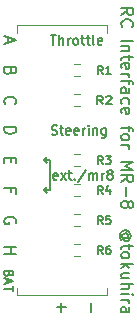
<source format=gbr>
%TF.GenerationSoftware,KiCad,Pcbnew,(5.1.10)-1*%
%TF.CreationDate,2021-10-05T20:05:55+09:00*%
%TF.ProjectId,mr8-gender-changer,6d72382d-6765-46e6-9465-722d6368616e,1*%
%TF.SameCoordinates,Original*%
%TF.FileFunction,Legend,Top*%
%TF.FilePolarity,Positive*%
%FSLAX46Y46*%
G04 Gerber Fmt 4.6, Leading zero omitted, Abs format (unit mm)*
G04 Created by KiCad (PCBNEW (5.1.10)-1) date 2021-10-05 20:05:55*
%MOMM*%
%LPD*%
G01*
G04 APERTURE LIST*
%ADD10C,0.150000*%
%ADD11C,0.120000*%
G04 APERTURE END LIST*
D10*
X151691571Y-103856428D02*
X151655857Y-103963571D01*
X151620142Y-103999285D01*
X151548714Y-104035000D01*
X151441571Y-104035000D01*
X151370142Y-103999285D01*
X151334428Y-103963571D01*
X151298714Y-103892142D01*
X151298714Y-103606428D01*
X152048714Y-103606428D01*
X152048714Y-103856428D01*
X152013000Y-103927857D01*
X151977285Y-103963571D01*
X151905857Y-103999285D01*
X151834428Y-103999285D01*
X151763000Y-103963571D01*
X151727285Y-103927857D01*
X151691571Y-103856428D01*
X151691571Y-103606428D01*
X151513000Y-104320714D02*
X151513000Y-104677857D01*
X151298714Y-104249285D02*
X152048714Y-104499285D01*
X151298714Y-104749285D01*
X152048714Y-104892142D02*
X152048714Y-105320714D01*
X151298714Y-105106428D02*
X152048714Y-105106428D01*
X155786738Y-95843809D02*
X155710547Y-95881904D01*
X155558166Y-95881904D01*
X155481976Y-95843809D01*
X155443880Y-95767619D01*
X155443880Y-95462857D01*
X155481976Y-95386666D01*
X155558166Y-95348571D01*
X155710547Y-95348571D01*
X155786738Y-95386666D01*
X155824833Y-95462857D01*
X155824833Y-95539047D01*
X155443880Y-95615238D01*
X156091500Y-95881904D02*
X156510547Y-95348571D01*
X156091500Y-95348571D02*
X156510547Y-95881904D01*
X156701023Y-95348571D02*
X157005785Y-95348571D01*
X156815309Y-95081904D02*
X156815309Y-95767619D01*
X156853404Y-95843809D01*
X156929595Y-95881904D01*
X157005785Y-95881904D01*
X157272452Y-95805714D02*
X157310547Y-95843809D01*
X157272452Y-95881904D01*
X157234357Y-95843809D01*
X157272452Y-95805714D01*
X157272452Y-95881904D01*
X158224833Y-95043809D02*
X157539119Y-96072380D01*
X158491500Y-95881904D02*
X158491500Y-95348571D01*
X158491500Y-95424761D02*
X158529595Y-95386666D01*
X158605785Y-95348571D01*
X158720071Y-95348571D01*
X158796261Y-95386666D01*
X158834357Y-95462857D01*
X158834357Y-95881904D01*
X158834357Y-95462857D02*
X158872452Y-95386666D01*
X158948642Y-95348571D01*
X159062928Y-95348571D01*
X159139119Y-95386666D01*
X159177214Y-95462857D01*
X159177214Y-95881904D01*
X159558166Y-95881904D02*
X159558166Y-95348571D01*
X159558166Y-95500952D02*
X159596261Y-95424761D01*
X159634357Y-95386666D01*
X159710547Y-95348571D01*
X159786738Y-95348571D01*
X160167690Y-95424761D02*
X160091500Y-95386666D01*
X160053404Y-95348571D01*
X160015309Y-95272380D01*
X160015309Y-95234285D01*
X160053404Y-95158095D01*
X160091500Y-95120000D01*
X160167690Y-95081904D01*
X160320071Y-95081904D01*
X160396261Y-95120000D01*
X160434357Y-95158095D01*
X160472452Y-95234285D01*
X160472452Y-95272380D01*
X160434357Y-95348571D01*
X160396261Y-95386666D01*
X160320071Y-95424761D01*
X160167690Y-95424761D01*
X160091500Y-95462857D01*
X160053404Y-95500952D01*
X160015309Y-95577142D01*
X160015309Y-95729523D01*
X160053404Y-95805714D01*
X160091500Y-95843809D01*
X160167690Y-95881904D01*
X160320071Y-95881904D01*
X160396261Y-95843809D01*
X160434357Y-95805714D01*
X160472452Y-95729523D01*
X160472452Y-95577142D01*
X160434357Y-95500952D01*
X160396261Y-95462857D01*
X160320071Y-95424761D01*
X154686000Y-96790000D02*
X154940000Y-96536000D01*
X154686000Y-96790000D02*
X154940000Y-97044000D01*
X154686000Y-94250000D02*
X154940000Y-93996000D01*
X154686000Y-94250000D02*
X154940000Y-94504000D01*
X155194000Y-94250000D02*
X154686000Y-94250000D01*
X155194000Y-96790000D02*
X155194000Y-94250000D01*
X154686000Y-96790000D02*
X155194000Y-96790000D01*
X155316880Y-92033809D02*
X155431166Y-92071904D01*
X155621642Y-92071904D01*
X155697833Y-92033809D01*
X155735928Y-91995714D01*
X155774023Y-91919523D01*
X155774023Y-91843333D01*
X155735928Y-91767142D01*
X155697833Y-91729047D01*
X155621642Y-91690952D01*
X155469261Y-91652857D01*
X155393071Y-91614761D01*
X155354976Y-91576666D01*
X155316880Y-91500476D01*
X155316880Y-91424285D01*
X155354976Y-91348095D01*
X155393071Y-91310000D01*
X155469261Y-91271904D01*
X155659738Y-91271904D01*
X155774023Y-91310000D01*
X156002595Y-91538571D02*
X156307357Y-91538571D01*
X156116880Y-91271904D02*
X156116880Y-91957619D01*
X156154976Y-92033809D01*
X156231166Y-92071904D01*
X156307357Y-92071904D01*
X156878785Y-92033809D02*
X156802595Y-92071904D01*
X156650214Y-92071904D01*
X156574023Y-92033809D01*
X156535928Y-91957619D01*
X156535928Y-91652857D01*
X156574023Y-91576666D01*
X156650214Y-91538571D01*
X156802595Y-91538571D01*
X156878785Y-91576666D01*
X156916880Y-91652857D01*
X156916880Y-91729047D01*
X156535928Y-91805238D01*
X157564500Y-92033809D02*
X157488309Y-92071904D01*
X157335928Y-92071904D01*
X157259738Y-92033809D01*
X157221642Y-91957619D01*
X157221642Y-91652857D01*
X157259738Y-91576666D01*
X157335928Y-91538571D01*
X157488309Y-91538571D01*
X157564500Y-91576666D01*
X157602595Y-91652857D01*
X157602595Y-91729047D01*
X157221642Y-91805238D01*
X157945452Y-92071904D02*
X157945452Y-91538571D01*
X157945452Y-91690952D02*
X157983547Y-91614761D01*
X158021642Y-91576666D01*
X158097833Y-91538571D01*
X158174023Y-91538571D01*
X158440690Y-92071904D02*
X158440690Y-91538571D01*
X158440690Y-91271904D02*
X158402595Y-91310000D01*
X158440690Y-91348095D01*
X158478785Y-91310000D01*
X158440690Y-91271904D01*
X158440690Y-91348095D01*
X158821642Y-91538571D02*
X158821642Y-92071904D01*
X158821642Y-91614761D02*
X158859738Y-91576666D01*
X158935928Y-91538571D01*
X159050214Y-91538571D01*
X159126404Y-91576666D01*
X159164500Y-91652857D01*
X159164500Y-92071904D01*
X159888309Y-91538571D02*
X159888309Y-92186190D01*
X159850214Y-92262380D01*
X159812119Y-92300476D01*
X159735928Y-92338571D01*
X159621642Y-92338571D01*
X159545452Y-92300476D01*
X159888309Y-92033809D02*
X159812119Y-92071904D01*
X159659738Y-92071904D01*
X159583547Y-92033809D01*
X159545452Y-91995714D01*
X159507357Y-91919523D01*
X159507357Y-91690952D01*
X159545452Y-91614761D01*
X159583547Y-91576666D01*
X159659738Y-91538571D01*
X159812119Y-91538571D01*
X159888309Y-91576666D01*
X155240690Y-83651904D02*
X155697833Y-83651904D01*
X155469261Y-84451904D02*
X155469261Y-83651904D01*
X155964500Y-84451904D02*
X155964500Y-83651904D01*
X156307357Y-84451904D02*
X156307357Y-84032857D01*
X156269261Y-83956666D01*
X156193071Y-83918571D01*
X156078785Y-83918571D01*
X156002595Y-83956666D01*
X155964500Y-83994761D01*
X156688309Y-84451904D02*
X156688309Y-83918571D01*
X156688309Y-84070952D02*
X156726404Y-83994761D01*
X156764500Y-83956666D01*
X156840690Y-83918571D01*
X156916880Y-83918571D01*
X157297833Y-84451904D02*
X157221642Y-84413809D01*
X157183547Y-84375714D01*
X157145452Y-84299523D01*
X157145452Y-84070952D01*
X157183547Y-83994761D01*
X157221642Y-83956666D01*
X157297833Y-83918571D01*
X157412119Y-83918571D01*
X157488309Y-83956666D01*
X157526404Y-83994761D01*
X157564500Y-84070952D01*
X157564500Y-84299523D01*
X157526404Y-84375714D01*
X157488309Y-84413809D01*
X157412119Y-84451904D01*
X157297833Y-84451904D01*
X157793071Y-83918571D02*
X158097833Y-83918571D01*
X157907357Y-83651904D02*
X157907357Y-84337619D01*
X157945452Y-84413809D01*
X158021642Y-84451904D01*
X158097833Y-84451904D01*
X158250214Y-83918571D02*
X158554976Y-83918571D01*
X158364500Y-83651904D02*
X158364500Y-84337619D01*
X158402595Y-84413809D01*
X158478785Y-84451904D01*
X158554976Y-84451904D01*
X158935928Y-84451904D02*
X158859738Y-84413809D01*
X158821642Y-84337619D01*
X158821642Y-83651904D01*
X159545452Y-84413809D02*
X159469261Y-84451904D01*
X159316880Y-84451904D01*
X159240690Y-84413809D01*
X159202595Y-84337619D01*
X159202595Y-84032857D01*
X159240690Y-83956666D01*
X159316880Y-83918571D01*
X159469261Y-83918571D01*
X159545452Y-83956666D01*
X159583547Y-84032857D01*
X159583547Y-84109047D01*
X159202595Y-84185238D01*
X161218619Y-81940476D02*
X161694809Y-81607142D01*
X161218619Y-81369047D02*
X162218619Y-81369047D01*
X162218619Y-81750000D01*
X162171000Y-81845238D01*
X162123380Y-81892857D01*
X162028142Y-81940476D01*
X161885285Y-81940476D01*
X161790047Y-81892857D01*
X161742428Y-81845238D01*
X161694809Y-81750000D01*
X161694809Y-81369047D01*
X161313857Y-82940476D02*
X161266238Y-82892857D01*
X161218619Y-82750000D01*
X161218619Y-82654761D01*
X161266238Y-82511904D01*
X161361476Y-82416666D01*
X161456714Y-82369047D01*
X161647190Y-82321428D01*
X161790047Y-82321428D01*
X161980523Y-82369047D01*
X162075761Y-82416666D01*
X162171000Y-82511904D01*
X162218619Y-82654761D01*
X162218619Y-82750000D01*
X162171000Y-82892857D01*
X162123380Y-82940476D01*
X161218619Y-84130952D02*
X162218619Y-84130952D01*
X161885285Y-84607142D02*
X161218619Y-84607142D01*
X161790047Y-84607142D02*
X161837666Y-84654761D01*
X161885285Y-84750000D01*
X161885285Y-84892857D01*
X161837666Y-84988095D01*
X161742428Y-85035714D01*
X161218619Y-85035714D01*
X161885285Y-85369047D02*
X161885285Y-85750000D01*
X162218619Y-85511904D02*
X161361476Y-85511904D01*
X161266238Y-85559523D01*
X161218619Y-85654761D01*
X161218619Y-85750000D01*
X161266238Y-86464285D02*
X161218619Y-86369047D01*
X161218619Y-86178571D01*
X161266238Y-86083333D01*
X161361476Y-86035714D01*
X161742428Y-86035714D01*
X161837666Y-86083333D01*
X161885285Y-86178571D01*
X161885285Y-86369047D01*
X161837666Y-86464285D01*
X161742428Y-86511904D01*
X161647190Y-86511904D01*
X161551952Y-86035714D01*
X161218619Y-86940476D02*
X161885285Y-86940476D01*
X161694809Y-86940476D02*
X161790047Y-86988095D01*
X161837666Y-87035714D01*
X161885285Y-87130952D01*
X161885285Y-87226190D01*
X161885285Y-87416666D02*
X161885285Y-87797619D01*
X161218619Y-87559523D02*
X162075761Y-87559523D01*
X162171000Y-87607142D01*
X162218619Y-87702380D01*
X162218619Y-87797619D01*
X161218619Y-88559523D02*
X161742428Y-88559523D01*
X161837666Y-88511904D01*
X161885285Y-88416666D01*
X161885285Y-88226190D01*
X161837666Y-88130952D01*
X161266238Y-88559523D02*
X161218619Y-88464285D01*
X161218619Y-88226190D01*
X161266238Y-88130952D01*
X161361476Y-88083333D01*
X161456714Y-88083333D01*
X161551952Y-88130952D01*
X161599571Y-88226190D01*
X161599571Y-88464285D01*
X161647190Y-88559523D01*
X161266238Y-89464285D02*
X161218619Y-89369047D01*
X161218619Y-89178571D01*
X161266238Y-89083333D01*
X161313857Y-89035714D01*
X161409095Y-88988095D01*
X161694809Y-88988095D01*
X161790047Y-89035714D01*
X161837666Y-89083333D01*
X161885285Y-89178571D01*
X161885285Y-89369047D01*
X161837666Y-89464285D01*
X161266238Y-90273809D02*
X161218619Y-90178571D01*
X161218619Y-89988095D01*
X161266238Y-89892857D01*
X161361476Y-89845238D01*
X161742428Y-89845238D01*
X161837666Y-89892857D01*
X161885285Y-89988095D01*
X161885285Y-90178571D01*
X161837666Y-90273809D01*
X161742428Y-90321428D01*
X161647190Y-90321428D01*
X161551952Y-89845238D01*
X161885285Y-91369047D02*
X161885285Y-91750000D01*
X161218619Y-91511904D02*
X162075761Y-91511904D01*
X162171000Y-91559523D01*
X162218619Y-91654761D01*
X162218619Y-91750000D01*
X161218619Y-92226190D02*
X161266238Y-92130952D01*
X161313857Y-92083333D01*
X161409095Y-92035714D01*
X161694809Y-92035714D01*
X161790047Y-92083333D01*
X161837666Y-92130952D01*
X161885285Y-92226190D01*
X161885285Y-92369047D01*
X161837666Y-92464285D01*
X161790047Y-92511904D01*
X161694809Y-92559523D01*
X161409095Y-92559523D01*
X161313857Y-92511904D01*
X161266238Y-92464285D01*
X161218619Y-92369047D01*
X161218619Y-92226190D01*
X161218619Y-92988095D02*
X161885285Y-92988095D01*
X161694809Y-92988095D02*
X161790047Y-93035714D01*
X161837666Y-93083333D01*
X161885285Y-93178571D01*
X161885285Y-93273809D01*
X161218619Y-94369047D02*
X162218619Y-94369047D01*
X161504333Y-94702380D01*
X162218619Y-95035714D01*
X161218619Y-95035714D01*
X161218619Y-96083333D02*
X161694809Y-95750000D01*
X161218619Y-95511904D02*
X162218619Y-95511904D01*
X162218619Y-95892857D01*
X162171000Y-95988095D01*
X162123380Y-96035714D01*
X162028142Y-96083333D01*
X161885285Y-96083333D01*
X161790047Y-96035714D01*
X161742428Y-95988095D01*
X161694809Y-95892857D01*
X161694809Y-95511904D01*
X161599571Y-96511904D02*
X161599571Y-97273809D01*
X161790047Y-97892857D02*
X161837666Y-97797619D01*
X161885285Y-97750000D01*
X161980523Y-97702380D01*
X162028142Y-97702380D01*
X162123380Y-97750000D01*
X162171000Y-97797619D01*
X162218619Y-97892857D01*
X162218619Y-98083333D01*
X162171000Y-98178571D01*
X162123380Y-98226190D01*
X162028142Y-98273809D01*
X161980523Y-98273809D01*
X161885285Y-98226190D01*
X161837666Y-98178571D01*
X161790047Y-98083333D01*
X161790047Y-97892857D01*
X161742428Y-97797619D01*
X161694809Y-97750000D01*
X161599571Y-97702380D01*
X161409095Y-97702380D01*
X161313857Y-97750000D01*
X161266238Y-97797619D01*
X161218619Y-97892857D01*
X161218619Y-98083333D01*
X161266238Y-98178571D01*
X161313857Y-98226190D01*
X161409095Y-98273809D01*
X161599571Y-98273809D01*
X161694809Y-98226190D01*
X161742428Y-98178571D01*
X161790047Y-98083333D01*
X161694809Y-100845238D02*
X161742428Y-100797619D01*
X161790047Y-100702380D01*
X161790047Y-100607142D01*
X161742428Y-100511904D01*
X161694809Y-100464285D01*
X161599571Y-100416666D01*
X161504333Y-100416666D01*
X161409095Y-100464285D01*
X161361476Y-100511904D01*
X161313857Y-100607142D01*
X161313857Y-100702380D01*
X161361476Y-100797619D01*
X161409095Y-100845238D01*
X161790047Y-100845238D02*
X161409095Y-100845238D01*
X161361476Y-100892857D01*
X161361476Y-100940476D01*
X161409095Y-101035714D01*
X161504333Y-101083333D01*
X161742428Y-101083333D01*
X161885285Y-100988095D01*
X161980523Y-100845238D01*
X162028142Y-100654761D01*
X161980523Y-100464285D01*
X161885285Y-100321428D01*
X161742428Y-100226190D01*
X161551952Y-100178571D01*
X161361476Y-100226190D01*
X161218619Y-100321428D01*
X161123380Y-100464285D01*
X161075761Y-100654761D01*
X161123380Y-100845238D01*
X161218619Y-100988095D01*
X161885285Y-101369047D02*
X161885285Y-101750000D01*
X162218619Y-101511904D02*
X161361476Y-101511904D01*
X161266238Y-101559523D01*
X161218619Y-101654761D01*
X161218619Y-101750000D01*
X161218619Y-102226190D02*
X161266238Y-102130952D01*
X161313857Y-102083333D01*
X161409095Y-102035714D01*
X161694809Y-102035714D01*
X161790047Y-102083333D01*
X161837666Y-102130952D01*
X161885285Y-102226190D01*
X161885285Y-102369047D01*
X161837666Y-102464285D01*
X161790047Y-102511904D01*
X161694809Y-102559523D01*
X161409095Y-102559523D01*
X161313857Y-102511904D01*
X161266238Y-102464285D01*
X161218619Y-102369047D01*
X161218619Y-102226190D01*
X161218619Y-102988095D02*
X162218619Y-102988095D01*
X161599571Y-103083333D02*
X161218619Y-103369047D01*
X161885285Y-103369047D02*
X161504333Y-102988095D01*
X161885285Y-104226190D02*
X161218619Y-104226190D01*
X161885285Y-103797619D02*
X161361476Y-103797619D01*
X161266238Y-103845238D01*
X161218619Y-103940476D01*
X161218619Y-104083333D01*
X161266238Y-104178571D01*
X161313857Y-104226190D01*
X161218619Y-104702380D02*
X162218619Y-104702380D01*
X161218619Y-105130952D02*
X161742428Y-105130952D01*
X161837666Y-105083333D01*
X161885285Y-104988095D01*
X161885285Y-104845238D01*
X161837666Y-104750000D01*
X161790047Y-104702380D01*
X161218619Y-105607142D02*
X161885285Y-105607142D01*
X162218619Y-105607142D02*
X162171000Y-105559523D01*
X162123380Y-105607142D01*
X162171000Y-105654761D01*
X162218619Y-105607142D01*
X162123380Y-105607142D01*
X161218619Y-106083333D02*
X161885285Y-106083333D01*
X161694809Y-106083333D02*
X161790047Y-106130952D01*
X161837666Y-106178571D01*
X161885285Y-106273809D01*
X161885285Y-106369047D01*
X161218619Y-107130952D02*
X161742428Y-107130952D01*
X161837666Y-107083333D01*
X161885285Y-106988095D01*
X161885285Y-106797619D01*
X161837666Y-106702380D01*
X161266238Y-107130952D02*
X161218619Y-107035714D01*
X161218619Y-106797619D01*
X161266238Y-106702380D01*
X161361476Y-106654761D01*
X161456714Y-106654761D01*
X161551952Y-106702380D01*
X161599571Y-106797619D01*
X161599571Y-107035714D01*
X161647190Y-107130952D01*
D11*
X160020000Y-82820000D02*
X160020000Y-83455000D01*
X152400000Y-82820000D02*
X160020000Y-82820000D01*
X152400000Y-83455000D02*
X152400000Y-82820000D01*
X160020000Y-105680000D02*
X160020000Y-105045000D01*
X152400000Y-105680000D02*
X160020000Y-105680000D01*
X152400000Y-105045000D02*
X152400000Y-105680000D01*
D10*
X158678571Y-106315047D02*
X158678571Y-107076952D01*
X156138571Y-106315047D02*
X156138571Y-107076952D01*
X155757619Y-106696000D02*
X156519523Y-106696000D01*
X151312619Y-101584285D02*
X152312619Y-101584285D01*
X151836428Y-101584285D02*
X151836428Y-102155714D01*
X151312619Y-102155714D02*
X152312619Y-102155714D01*
X152265000Y-99591904D02*
X152312619Y-99496666D01*
X152312619Y-99353809D01*
X152265000Y-99210952D01*
X152169761Y-99115714D01*
X152074523Y-99068095D01*
X151884047Y-99020476D01*
X151741190Y-99020476D01*
X151550714Y-99068095D01*
X151455476Y-99115714D01*
X151360238Y-99210952D01*
X151312619Y-99353809D01*
X151312619Y-99449047D01*
X151360238Y-99591904D01*
X151407857Y-99639523D01*
X151741190Y-99639523D01*
X151741190Y-99449047D01*
X151836428Y-96932857D02*
X151836428Y-96599523D01*
X151312619Y-96599523D02*
X152312619Y-96599523D01*
X152312619Y-97075714D01*
X151836428Y-94035714D02*
X151836428Y-94369047D01*
X151312619Y-94511904D02*
X151312619Y-94035714D01*
X152312619Y-94035714D01*
X152312619Y-94511904D01*
X151312619Y-91448095D02*
X152312619Y-91448095D01*
X152312619Y-91686190D01*
X152265000Y-91829047D01*
X152169761Y-91924285D01*
X152074523Y-91971904D01*
X151884047Y-92019523D01*
X151741190Y-92019523D01*
X151550714Y-91971904D01*
X151455476Y-91924285D01*
X151360238Y-91829047D01*
X151312619Y-91686190D01*
X151312619Y-91448095D01*
X151407857Y-89479523D02*
X151360238Y-89431904D01*
X151312619Y-89289047D01*
X151312619Y-89193809D01*
X151360238Y-89050952D01*
X151455476Y-88955714D01*
X151550714Y-88908095D01*
X151741190Y-88860476D01*
X151884047Y-88860476D01*
X152074523Y-88908095D01*
X152169761Y-88955714D01*
X152265000Y-89050952D01*
X152312619Y-89193809D01*
X152312619Y-89289047D01*
X152265000Y-89431904D01*
X152217380Y-89479523D01*
X151836428Y-86701428D02*
X151788809Y-86844285D01*
X151741190Y-86891904D01*
X151645952Y-86939523D01*
X151503095Y-86939523D01*
X151407857Y-86891904D01*
X151360238Y-86844285D01*
X151312619Y-86749047D01*
X151312619Y-86368095D01*
X152312619Y-86368095D01*
X152312619Y-86701428D01*
X152265000Y-86796666D01*
X152217380Y-86844285D01*
X152122142Y-86891904D01*
X152026904Y-86891904D01*
X151931666Y-86844285D01*
X151884047Y-86796666D01*
X151836428Y-86701428D01*
X151836428Y-86368095D01*
X151598333Y-83851904D02*
X151598333Y-84328095D01*
X151312619Y-83756666D02*
X152312619Y-84090000D01*
X151312619Y-84423333D01*
D11*
%TO.C,R6*%
X157225276Y-101347500D02*
X157734724Y-101347500D01*
X157225276Y-102392500D02*
X157734724Y-102392500D01*
%TO.C,R5*%
X157225276Y-99852500D02*
X157734724Y-99852500D01*
X157225276Y-98807500D02*
X157734724Y-98807500D01*
%TO.C,R4*%
X157225276Y-97312500D02*
X157734724Y-97312500D01*
X157225276Y-96267500D02*
X157734724Y-96267500D01*
%TO.C,R3*%
X157225276Y-94772500D02*
X157734724Y-94772500D01*
X157225276Y-93727500D02*
X157734724Y-93727500D01*
%TO.C,R2*%
X157225276Y-89692500D02*
X157734724Y-89692500D01*
X157225276Y-88647500D02*
X157734724Y-88647500D01*
%TO.C,R1*%
X157225276Y-87152500D02*
X157734724Y-87152500D01*
X157225276Y-86107500D02*
X157734724Y-86107500D01*
%TO.C,R6*%
D10*
X159649333Y-102186666D02*
X159416000Y-101853333D01*
X159249333Y-102186666D02*
X159249333Y-101486666D01*
X159516000Y-101486666D01*
X159582666Y-101520000D01*
X159616000Y-101553333D01*
X159649333Y-101620000D01*
X159649333Y-101720000D01*
X159616000Y-101786666D01*
X159582666Y-101820000D01*
X159516000Y-101853333D01*
X159249333Y-101853333D01*
X160249333Y-101486666D02*
X160116000Y-101486666D01*
X160049333Y-101520000D01*
X160016000Y-101553333D01*
X159949333Y-101653333D01*
X159916000Y-101786666D01*
X159916000Y-102053333D01*
X159949333Y-102120000D01*
X159982666Y-102153333D01*
X160049333Y-102186666D01*
X160182666Y-102186666D01*
X160249333Y-102153333D01*
X160282666Y-102120000D01*
X160316000Y-102053333D01*
X160316000Y-101886666D01*
X160282666Y-101820000D01*
X160249333Y-101786666D01*
X160182666Y-101753333D01*
X160049333Y-101753333D01*
X159982666Y-101786666D01*
X159949333Y-101820000D01*
X159916000Y-101886666D01*
%TO.C,R5*%
X159649333Y-99646666D02*
X159416000Y-99313333D01*
X159249333Y-99646666D02*
X159249333Y-98946666D01*
X159516000Y-98946666D01*
X159582666Y-98980000D01*
X159616000Y-99013333D01*
X159649333Y-99080000D01*
X159649333Y-99180000D01*
X159616000Y-99246666D01*
X159582666Y-99280000D01*
X159516000Y-99313333D01*
X159249333Y-99313333D01*
X160282666Y-98946666D02*
X159949333Y-98946666D01*
X159916000Y-99280000D01*
X159949333Y-99246666D01*
X160016000Y-99213333D01*
X160182666Y-99213333D01*
X160249333Y-99246666D01*
X160282666Y-99280000D01*
X160316000Y-99346666D01*
X160316000Y-99513333D01*
X160282666Y-99580000D01*
X160249333Y-99613333D01*
X160182666Y-99646666D01*
X160016000Y-99646666D01*
X159949333Y-99613333D01*
X159916000Y-99580000D01*
%TO.C,R4*%
X159649333Y-97106666D02*
X159416000Y-96773333D01*
X159249333Y-97106666D02*
X159249333Y-96406666D01*
X159516000Y-96406666D01*
X159582666Y-96440000D01*
X159616000Y-96473333D01*
X159649333Y-96540000D01*
X159649333Y-96640000D01*
X159616000Y-96706666D01*
X159582666Y-96740000D01*
X159516000Y-96773333D01*
X159249333Y-96773333D01*
X160249333Y-96640000D02*
X160249333Y-97106666D01*
X160082666Y-96373333D02*
X159916000Y-96873333D01*
X160349333Y-96873333D01*
%TO.C,R3*%
X159649333Y-94566666D02*
X159416000Y-94233333D01*
X159249333Y-94566666D02*
X159249333Y-93866666D01*
X159516000Y-93866666D01*
X159582666Y-93900000D01*
X159616000Y-93933333D01*
X159649333Y-94000000D01*
X159649333Y-94100000D01*
X159616000Y-94166666D01*
X159582666Y-94200000D01*
X159516000Y-94233333D01*
X159249333Y-94233333D01*
X159882666Y-93866666D02*
X160316000Y-93866666D01*
X160082666Y-94133333D01*
X160182666Y-94133333D01*
X160249333Y-94166666D01*
X160282666Y-94200000D01*
X160316000Y-94266666D01*
X160316000Y-94433333D01*
X160282666Y-94500000D01*
X160249333Y-94533333D01*
X160182666Y-94566666D01*
X159982666Y-94566666D01*
X159916000Y-94533333D01*
X159882666Y-94500000D01*
%TO.C,R2*%
X159632666Y-89486666D02*
X159366000Y-89153333D01*
X159175523Y-89486666D02*
X159175523Y-88786666D01*
X159480285Y-88786666D01*
X159556476Y-88820000D01*
X159594571Y-88853333D01*
X159632666Y-88920000D01*
X159632666Y-89020000D01*
X159594571Y-89086666D01*
X159556476Y-89120000D01*
X159480285Y-89153333D01*
X159175523Y-89153333D01*
X159937428Y-88853333D02*
X159975523Y-88820000D01*
X160051714Y-88786666D01*
X160242190Y-88786666D01*
X160318380Y-88820000D01*
X160356476Y-88853333D01*
X160394571Y-88920000D01*
X160394571Y-88986666D01*
X160356476Y-89086666D01*
X159899333Y-89486666D01*
X160394571Y-89486666D01*
%TO.C,R1*%
X159649333Y-86946666D02*
X159416000Y-86613333D01*
X159249333Y-86946666D02*
X159249333Y-86246666D01*
X159516000Y-86246666D01*
X159582666Y-86280000D01*
X159616000Y-86313333D01*
X159649333Y-86380000D01*
X159649333Y-86480000D01*
X159616000Y-86546666D01*
X159582666Y-86580000D01*
X159516000Y-86613333D01*
X159249333Y-86613333D01*
X160316000Y-86946666D02*
X159916000Y-86946666D01*
X160116000Y-86946666D02*
X160116000Y-86246666D01*
X160049333Y-86346666D01*
X159982666Y-86413333D01*
X159916000Y-86446666D01*
%TD*%
M02*

</source>
